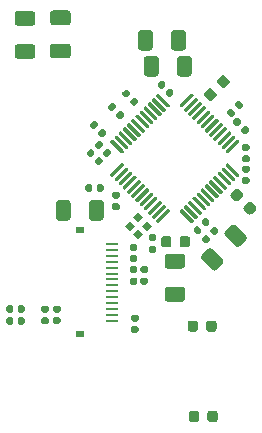
<source format=gbr>
%TF.GenerationSoftware,KiCad,Pcbnew,5.1.9-73d0e3b20d~88~ubuntu18.04.1*%
%TF.CreationDate,2020-12-31T14:05:02+01:00*%
%TF.ProjectId,ss_frontpanel_outer_plate,73735f66-726f-46e7-9470-616e656c5f6f,rev?*%
%TF.SameCoordinates,Original*%
%TF.FileFunction,Paste,Bot*%
%TF.FilePolarity,Positive*%
%FSLAX46Y46*%
G04 Gerber Fmt 4.6, Leading zero omitted, Abs format (unit mm)*
G04 Created by KiCad (PCBNEW 5.1.9-73d0e3b20d~88~ubuntu18.04.1) date 2020-12-31 14:05:02*
%MOMM*%
%LPD*%
G01*
G04 APERTURE LIST*
%ADD10C,0.100000*%
%ADD11R,1.120000X0.210000*%
%ADD12R,0.720000X0.480000*%
G04 APERTURE END LIST*
%TO.C,R21*%
G36*
G01*
X210690000Y-77922500D02*
X210690000Y-77577500D01*
G75*
G02*
X210837500Y-77430000I147500J0D01*
G01*
X211132500Y-77430000D01*
G75*
G02*
X211280000Y-77577500I0J-147500D01*
G01*
X211280000Y-77922500D01*
G75*
G02*
X211132500Y-78070000I-147500J0D01*
G01*
X210837500Y-78070000D01*
G75*
G02*
X210690000Y-77922500I0J147500D01*
G01*
G37*
G36*
G01*
X209720000Y-77922500D02*
X209720000Y-77577500D01*
G75*
G02*
X209867500Y-77430000I147500J0D01*
G01*
X210162500Y-77430000D01*
G75*
G02*
X210310000Y-77577500I0J-147500D01*
G01*
X210310000Y-77922500D01*
G75*
G02*
X210162500Y-78070000I-147500J0D01*
G01*
X209867500Y-78070000D01*
G75*
G02*
X209720000Y-77922500I0J147500D01*
G01*
G37*
%TD*%
%TO.C,R16*%
G36*
G01*
X213172500Y-78060000D02*
X212827500Y-78060000D01*
G75*
G02*
X212680000Y-77912500I0J147500D01*
G01*
X212680000Y-77617500D01*
G75*
G02*
X212827500Y-77470000I147500J0D01*
G01*
X213172500Y-77470000D01*
G75*
G02*
X213320000Y-77617500I0J-147500D01*
G01*
X213320000Y-77912500D01*
G75*
G02*
X213172500Y-78060000I-147500J0D01*
G01*
G37*
G36*
G01*
X213172500Y-79030000D02*
X212827500Y-79030000D01*
G75*
G02*
X212680000Y-78882500I0J147500D01*
G01*
X212680000Y-78587500D01*
G75*
G02*
X212827500Y-78440000I147500J0D01*
G01*
X213172500Y-78440000D01*
G75*
G02*
X213320000Y-78587500I0J-147500D01*
G01*
X213320000Y-78882500D01*
G75*
G02*
X213172500Y-79030000I-147500J0D01*
G01*
G37*
%TD*%
%TO.C,R15*%
G36*
G01*
X210690000Y-78922500D02*
X210690000Y-78577500D01*
G75*
G02*
X210837500Y-78430000I147500J0D01*
G01*
X211132500Y-78430000D01*
G75*
G02*
X211280000Y-78577500I0J-147500D01*
G01*
X211280000Y-78922500D01*
G75*
G02*
X211132500Y-79070000I-147500J0D01*
G01*
X210837500Y-79070000D01*
G75*
G02*
X210690000Y-78922500I0J147500D01*
G01*
G37*
G36*
G01*
X209720000Y-78922500D02*
X209720000Y-78577500D01*
G75*
G02*
X209867500Y-78430000I147500J0D01*
G01*
X210162500Y-78430000D01*
G75*
G02*
X210310000Y-78577500I0J-147500D01*
G01*
X210310000Y-78922500D01*
G75*
G02*
X210162500Y-79070000I-147500J0D01*
G01*
X209867500Y-79070000D01*
G75*
G02*
X209720000Y-78922500I0J147500D01*
G01*
G37*
%TD*%
D10*
%TO.C,D1*%
G36*
X220475736Y-71407107D02*
G01*
X220900000Y-70982843D01*
X221324264Y-71407107D01*
X220900000Y-71831371D01*
X220475736Y-71407107D01*
G37*
G36*
X221182843Y-70700000D02*
G01*
X221607107Y-70275736D01*
X222031371Y-70700000D01*
X221607107Y-71124264D01*
X221182843Y-70700000D01*
G37*
G36*
X220475736Y-69992893D02*
G01*
X220900000Y-69568629D01*
X221324264Y-69992893D01*
X220900000Y-70417157D01*
X220475736Y-69992893D01*
G37*
G36*
X219768629Y-70700000D02*
G01*
X220192893Y-70275736D01*
X220617157Y-70700000D01*
X220192893Y-71124264D01*
X219768629Y-70700000D01*
G37*
%TD*%
%TO.C,R14*%
G36*
G01*
X224400000Y-72306250D02*
X224400000Y-71793750D01*
G75*
G02*
X224618750Y-71575000I218750J0D01*
G01*
X225056250Y-71575000D01*
G75*
G02*
X225275000Y-71793750I0J-218750D01*
G01*
X225275000Y-72306250D01*
G75*
G02*
X225056250Y-72525000I-218750J0D01*
G01*
X224618750Y-72525000D01*
G75*
G02*
X224400000Y-72306250I0J218750D01*
G01*
G37*
G36*
G01*
X222825000Y-72306250D02*
X222825000Y-71793750D01*
G75*
G02*
X223043750Y-71575000I218750J0D01*
G01*
X223481250Y-71575000D01*
G75*
G02*
X223700000Y-71793750I0J-218750D01*
G01*
X223700000Y-72306250D01*
G75*
G02*
X223481250Y-72525000I-218750J0D01*
G01*
X223043750Y-72525000D01*
G75*
G02*
X222825000Y-72306250I0J218750D01*
G01*
G37*
%TD*%
%TO.C,R20*%
G36*
G01*
X221927500Y-72390000D02*
X222272500Y-72390000D01*
G75*
G02*
X222420000Y-72537500I0J-147500D01*
G01*
X222420000Y-72832500D01*
G75*
G02*
X222272500Y-72980000I-147500J0D01*
G01*
X221927500Y-72980000D01*
G75*
G02*
X221780000Y-72832500I0J147500D01*
G01*
X221780000Y-72537500D01*
G75*
G02*
X221927500Y-72390000I147500J0D01*
G01*
G37*
G36*
G01*
X221927500Y-71420000D02*
X222272500Y-71420000D01*
G75*
G02*
X222420000Y-71567500I0J-147500D01*
G01*
X222420000Y-71862500D01*
G75*
G02*
X222272500Y-72010000I-147500J0D01*
G01*
X221927500Y-72010000D01*
G75*
G02*
X221780000Y-71862500I0J147500D01*
G01*
X221780000Y-71567500D01*
G75*
G02*
X221927500Y-71420000I147500J0D01*
G01*
G37*
%TD*%
%TO.C,R10*%
G36*
G01*
X229587625Y-61993673D02*
X229343673Y-62237625D01*
G75*
G02*
X229135077Y-62237625I-104298J104298D01*
G01*
X228926481Y-62029029D01*
G75*
G02*
X228926481Y-61820433I104298J104298D01*
G01*
X229170433Y-61576481D01*
G75*
G02*
X229379029Y-61576481I104298J-104298D01*
G01*
X229587625Y-61785077D01*
G75*
G02*
X229587625Y-61993673I-104298J-104298D01*
G01*
G37*
G36*
G01*
X230273519Y-62679567D02*
X230029567Y-62923519D01*
G75*
G02*
X229820971Y-62923519I-104298J104298D01*
G01*
X229612375Y-62714923D01*
G75*
G02*
X229612375Y-62506327I104298J104298D01*
G01*
X229856327Y-62262375D01*
G75*
G02*
X230064923Y-62262375I104298J-104298D01*
G01*
X230273519Y-62470971D01*
G75*
G02*
X230273519Y-62679567I-104298J-104298D01*
G01*
G37*
%TD*%
%TO.C,R8*%
G36*
G01*
X229733709Y-68221316D02*
X229371316Y-68583709D01*
G75*
G02*
X229061956Y-68583709I-154680J154680D01*
G01*
X228752597Y-68274350D01*
G75*
G02*
X228752597Y-67964990I154680J154680D01*
G01*
X229114990Y-67602597D01*
G75*
G02*
X229424350Y-67602597I154680J-154680D01*
G01*
X229733709Y-67911956D01*
G75*
G02*
X229733709Y-68221316I-154680J-154680D01*
G01*
G37*
G36*
G01*
X230847403Y-69335010D02*
X230485010Y-69697403D01*
G75*
G02*
X230175650Y-69697403I-154680J154680D01*
G01*
X229866291Y-69388044D01*
G75*
G02*
X229866291Y-69078684I154680J154680D01*
G01*
X230228684Y-68716291D01*
G75*
G02*
X230538044Y-68716291I154680J-154680D01*
G01*
X230847403Y-69025650D01*
G75*
G02*
X230847403Y-69335010I-154680J-154680D01*
G01*
G37*
%TD*%
%TO.C,R19*%
G36*
G01*
X226650000Y-79456250D02*
X226650000Y-78943750D01*
G75*
G02*
X226868750Y-78725000I218750J0D01*
G01*
X227306250Y-78725000D01*
G75*
G02*
X227525000Y-78943750I0J-218750D01*
G01*
X227525000Y-79456250D01*
G75*
G02*
X227306250Y-79675000I-218750J0D01*
G01*
X226868750Y-79675000D01*
G75*
G02*
X226650000Y-79456250I0J218750D01*
G01*
G37*
G36*
G01*
X225075000Y-79456250D02*
X225075000Y-78943750D01*
G75*
G02*
X225293750Y-78725000I218750J0D01*
G01*
X225731250Y-78725000D01*
G75*
G02*
X225950000Y-78943750I0J-218750D01*
G01*
X225950000Y-79456250D01*
G75*
G02*
X225731250Y-79675000I-218750J0D01*
G01*
X225293750Y-79675000D01*
G75*
G02*
X225075000Y-79456250I0J218750D01*
G01*
G37*
%TD*%
%TO.C,R18*%
G36*
G01*
X226750000Y-87106250D02*
X226750000Y-86593750D01*
G75*
G02*
X226968750Y-86375000I218750J0D01*
G01*
X227406250Y-86375000D01*
G75*
G02*
X227625000Y-86593750I0J-218750D01*
G01*
X227625000Y-87106250D01*
G75*
G02*
X227406250Y-87325000I-218750J0D01*
G01*
X226968750Y-87325000D01*
G75*
G02*
X226750000Y-87106250I0J218750D01*
G01*
G37*
G36*
G01*
X225175000Y-87106250D02*
X225175000Y-86593750D01*
G75*
G02*
X225393750Y-86375000I218750J0D01*
G01*
X225831250Y-86375000D01*
G75*
G02*
X226050000Y-86593750I0J-218750D01*
G01*
X226050000Y-87106250D01*
G75*
G02*
X225831250Y-87325000I-218750J0D01*
G01*
X225393750Y-87325000D01*
G75*
G02*
X225175000Y-87106250I0J218750D01*
G01*
G37*
%TD*%
%TO.C,R12*%
G36*
G01*
X224625000Y-74325000D02*
X223375000Y-74325000D01*
G75*
G02*
X223125000Y-74075000I0J250000D01*
G01*
X223125000Y-73325000D01*
G75*
G02*
X223375000Y-73075000I250000J0D01*
G01*
X224625000Y-73075000D01*
G75*
G02*
X224875000Y-73325000I0J-250000D01*
G01*
X224875000Y-74075000D01*
G75*
G02*
X224625000Y-74325000I-250000J0D01*
G01*
G37*
G36*
G01*
X224625000Y-77125000D02*
X223375000Y-77125000D01*
G75*
G02*
X223125000Y-76875000I0J250000D01*
G01*
X223125000Y-76125000D01*
G75*
G02*
X223375000Y-75875000I250000J0D01*
G01*
X224625000Y-75875000D01*
G75*
G02*
X224875000Y-76125000I0J-250000D01*
G01*
X224875000Y-76875000D01*
G75*
G02*
X224625000Y-77125000I-250000J0D01*
G01*
G37*
%TD*%
%TO.C,R11*%
G36*
G01*
X227121316Y-59116291D02*
X227483709Y-59478684D01*
G75*
G02*
X227483709Y-59788044I-154680J-154680D01*
G01*
X227174350Y-60097403D01*
G75*
G02*
X226864990Y-60097403I-154680J154680D01*
G01*
X226502597Y-59735010D01*
G75*
G02*
X226502597Y-59425650I154680J154680D01*
G01*
X226811956Y-59116291D01*
G75*
G02*
X227121316Y-59116291I154680J-154680D01*
G01*
G37*
G36*
G01*
X228235010Y-58002597D02*
X228597403Y-58364990D01*
G75*
G02*
X228597403Y-58674350I-154680J-154680D01*
G01*
X228288044Y-58983709D01*
G75*
G02*
X227978684Y-58983709I-154680J154680D01*
G01*
X227616291Y-58621316D01*
G75*
G02*
X227616291Y-58311956I154680J154680D01*
G01*
X227925650Y-58002597D01*
G75*
G02*
X228235010Y-58002597I154680J-154680D01*
G01*
G37*
%TD*%
%TO.C,R13*%
G36*
G01*
X230172500Y-66210000D02*
X229827500Y-66210000D01*
G75*
G02*
X229680000Y-66062500I0J147500D01*
G01*
X229680000Y-65767500D01*
G75*
G02*
X229827500Y-65620000I147500J0D01*
G01*
X230172500Y-65620000D01*
G75*
G02*
X230320000Y-65767500I0J-147500D01*
G01*
X230320000Y-66062500D01*
G75*
G02*
X230172500Y-66210000I-147500J0D01*
G01*
G37*
G36*
G01*
X230172500Y-67180000D02*
X229827500Y-67180000D01*
G75*
G02*
X229680000Y-67032500I0J147500D01*
G01*
X229680000Y-66737500D01*
G75*
G02*
X229827500Y-66590000I147500J0D01*
G01*
X230172500Y-66590000D01*
G75*
G02*
X230320000Y-66737500I0J-147500D01*
G01*
X230320000Y-67032500D01*
G75*
G02*
X230172500Y-67180000I-147500J0D01*
G01*
G37*
%TD*%
%TO.C,C15*%
G36*
G01*
X223187625Y-58843673D02*
X222943673Y-59087625D01*
G75*
G02*
X222735077Y-59087625I-104298J104298D01*
G01*
X222526481Y-58879029D01*
G75*
G02*
X222526481Y-58670433I104298J104298D01*
G01*
X222770433Y-58426481D01*
G75*
G02*
X222979029Y-58426481I104298J-104298D01*
G01*
X223187625Y-58635077D01*
G75*
G02*
X223187625Y-58843673I-104298J-104298D01*
G01*
G37*
G36*
G01*
X223873519Y-59529567D02*
X223629567Y-59773519D01*
G75*
G02*
X223420971Y-59773519I-104298J104298D01*
G01*
X223212375Y-59564923D01*
G75*
G02*
X223212375Y-59356327I104298J104298D01*
G01*
X223456327Y-59112375D01*
G75*
G02*
X223664923Y-59112375I104298J-104298D01*
G01*
X223873519Y-59320971D01*
G75*
G02*
X223873519Y-59529567I-104298J-104298D01*
G01*
G37*
%TD*%
%TO.C,C14*%
G36*
G01*
X229827500Y-64740000D02*
X230172500Y-64740000D01*
G75*
G02*
X230320000Y-64887500I0J-147500D01*
G01*
X230320000Y-65182500D01*
G75*
G02*
X230172500Y-65330000I-147500J0D01*
G01*
X229827500Y-65330000D01*
G75*
G02*
X229680000Y-65182500I0J147500D01*
G01*
X229680000Y-64887500D01*
G75*
G02*
X229827500Y-64740000I147500J0D01*
G01*
G37*
G36*
G01*
X229827500Y-63770000D02*
X230172500Y-63770000D01*
G75*
G02*
X230320000Y-63917500I0J-147500D01*
G01*
X230320000Y-64212500D01*
G75*
G02*
X230172500Y-64360000I-147500J0D01*
G01*
X229827500Y-64360000D01*
G75*
G02*
X229680000Y-64212500I0J147500D01*
G01*
X229680000Y-63917500D01*
G75*
G02*
X229827500Y-63770000I147500J0D01*
G01*
G37*
%TD*%
%TO.C,C13*%
G36*
G01*
X226506327Y-70737625D02*
X226262375Y-70493673D01*
G75*
G02*
X226262375Y-70285077I104298J104298D01*
G01*
X226470971Y-70076481D01*
G75*
G02*
X226679567Y-70076481I104298J-104298D01*
G01*
X226923519Y-70320433D01*
G75*
G02*
X226923519Y-70529029I-104298J-104298D01*
G01*
X226714923Y-70737625D01*
G75*
G02*
X226506327Y-70737625I-104298J104298D01*
G01*
G37*
G36*
G01*
X225820433Y-71423519D02*
X225576481Y-71179567D01*
G75*
G02*
X225576481Y-70970971I104298J104298D01*
G01*
X225785077Y-70762375D01*
G75*
G02*
X225993673Y-70762375I104298J-104298D01*
G01*
X226237625Y-71006327D01*
G75*
G02*
X226237625Y-71214923I-104298J-104298D01*
G01*
X226029029Y-71423519D01*
G75*
G02*
X225820433Y-71423519I-104298J104298D01*
G01*
G37*
%TD*%
%TO.C,C12*%
G36*
G01*
X218827500Y-68790000D02*
X219172500Y-68790000D01*
G75*
G02*
X219320000Y-68937500I0J-147500D01*
G01*
X219320000Y-69232500D01*
G75*
G02*
X219172500Y-69380000I-147500J0D01*
G01*
X218827500Y-69380000D01*
G75*
G02*
X218680000Y-69232500I0J147500D01*
G01*
X218680000Y-68937500D01*
G75*
G02*
X218827500Y-68790000I147500J0D01*
G01*
G37*
G36*
G01*
X218827500Y-67820000D02*
X219172500Y-67820000D01*
G75*
G02*
X219320000Y-67967500I0J-147500D01*
G01*
X219320000Y-68262500D01*
G75*
G02*
X219172500Y-68410000I-147500J0D01*
G01*
X218827500Y-68410000D01*
G75*
G02*
X218680000Y-68262500I0J147500D01*
G01*
X218680000Y-67967500D01*
G75*
G02*
X218827500Y-67820000I147500J0D01*
G01*
G37*
%TD*%
%TO.C,C3*%
G36*
G01*
X220772500Y-78810000D02*
X220427500Y-78810000D01*
G75*
G02*
X220280000Y-78662500I0J147500D01*
G01*
X220280000Y-78367500D01*
G75*
G02*
X220427500Y-78220000I147500J0D01*
G01*
X220772500Y-78220000D01*
G75*
G02*
X220920000Y-78367500I0J-147500D01*
G01*
X220920000Y-78662500D01*
G75*
G02*
X220772500Y-78810000I-147500J0D01*
G01*
G37*
G36*
G01*
X220772500Y-79780000D02*
X220427500Y-79780000D01*
G75*
G02*
X220280000Y-79632500I0J147500D01*
G01*
X220280000Y-79337500D01*
G75*
G02*
X220427500Y-79190000I147500J0D01*
G01*
X220772500Y-79190000D01*
G75*
G02*
X220920000Y-79337500I0J-147500D01*
G01*
X220920000Y-79632500D01*
G75*
G02*
X220772500Y-79780000I-147500J0D01*
G01*
G37*
%TD*%
%TO.C,C1*%
G36*
G01*
X220327500Y-75090000D02*
X220672500Y-75090000D01*
G75*
G02*
X220820000Y-75237500I0J-147500D01*
G01*
X220820000Y-75532500D01*
G75*
G02*
X220672500Y-75680000I-147500J0D01*
G01*
X220327500Y-75680000D01*
G75*
G02*
X220180000Y-75532500I0J147500D01*
G01*
X220180000Y-75237500D01*
G75*
G02*
X220327500Y-75090000I147500J0D01*
G01*
G37*
G36*
G01*
X220327500Y-74120000D02*
X220672500Y-74120000D01*
G75*
G02*
X220820000Y-74267500I0J-147500D01*
G01*
X220820000Y-74562500D01*
G75*
G02*
X220672500Y-74710000I-147500J0D01*
G01*
X220327500Y-74710000D01*
G75*
G02*
X220180000Y-74562500I0J147500D01*
G01*
X220180000Y-74267500D01*
G75*
G02*
X220327500Y-74120000I147500J0D01*
G01*
G37*
%TD*%
%TO.C,C2*%
G36*
G01*
X220327500Y-73190000D02*
X220672500Y-73190000D01*
G75*
G02*
X220820000Y-73337500I0J-147500D01*
G01*
X220820000Y-73632500D01*
G75*
G02*
X220672500Y-73780000I-147500J0D01*
G01*
X220327500Y-73780000D01*
G75*
G02*
X220180000Y-73632500I0J147500D01*
G01*
X220180000Y-73337500D01*
G75*
G02*
X220327500Y-73190000I147500J0D01*
G01*
G37*
G36*
G01*
X220327500Y-72220000D02*
X220672500Y-72220000D01*
G75*
G02*
X220820000Y-72367500I0J-147500D01*
G01*
X220820000Y-72662500D01*
G75*
G02*
X220672500Y-72810000I-147500J0D01*
G01*
X220327500Y-72810000D01*
G75*
G02*
X220180000Y-72662500I0J147500D01*
G01*
X220180000Y-72367500D01*
G75*
G02*
X220327500Y-72220000I147500J0D01*
G01*
G37*
%TD*%
%TO.C,C17*%
G36*
G01*
X227256327Y-71487625D02*
X227012375Y-71243673D01*
G75*
G02*
X227012375Y-71035077I104298J104298D01*
G01*
X227220971Y-70826481D01*
G75*
G02*
X227429567Y-70826481I104298J-104298D01*
G01*
X227673519Y-71070433D01*
G75*
G02*
X227673519Y-71279029I-104298J-104298D01*
G01*
X227464923Y-71487625D01*
G75*
G02*
X227256327Y-71487625I-104298J104298D01*
G01*
G37*
G36*
G01*
X226570433Y-72173519D02*
X226326481Y-71929567D01*
G75*
G02*
X226326481Y-71720971I104298J104298D01*
G01*
X226535077Y-71512375D01*
G75*
G02*
X226743673Y-71512375I104298J-104298D01*
G01*
X226987625Y-71756327D01*
G75*
G02*
X226987625Y-71964923I-104298J-104298D01*
G01*
X226779029Y-72173519D01*
G75*
G02*
X226570433Y-72173519I-104298J104298D01*
G01*
G37*
%TD*%
%TO.C,C4*%
G36*
G01*
X222625000Y-56575000D02*
X222625000Y-57825000D01*
G75*
G02*
X222375000Y-58075000I-250000J0D01*
G01*
X221625000Y-58075000D01*
G75*
G02*
X221375000Y-57825000I0J250000D01*
G01*
X221375000Y-56575000D01*
G75*
G02*
X221625000Y-56325000I250000J0D01*
G01*
X222375000Y-56325000D01*
G75*
G02*
X222625000Y-56575000I0J-250000D01*
G01*
G37*
G36*
G01*
X225425000Y-56575000D02*
X225425000Y-57825000D01*
G75*
G02*
X225175000Y-58075000I-250000J0D01*
G01*
X224425000Y-58075000D01*
G75*
G02*
X224175000Y-57825000I0J250000D01*
G01*
X224175000Y-56575000D01*
G75*
G02*
X224425000Y-56325000I250000J0D01*
G01*
X225175000Y-56325000D01*
G75*
G02*
X225425000Y-56575000I0J-250000D01*
G01*
G37*
%TD*%
%TO.C,R17*%
G36*
G01*
X213827500Y-78440000D02*
X214172500Y-78440000D01*
G75*
G02*
X214320000Y-78587500I0J-147500D01*
G01*
X214320000Y-78882500D01*
G75*
G02*
X214172500Y-79030000I-147500J0D01*
G01*
X213827500Y-79030000D01*
G75*
G02*
X213680000Y-78882500I0J147500D01*
G01*
X213680000Y-78587500D01*
G75*
G02*
X213827500Y-78440000I147500J0D01*
G01*
G37*
G36*
G01*
X213827500Y-77470000D02*
X214172500Y-77470000D01*
G75*
G02*
X214320000Y-77617500I0J-147500D01*
G01*
X214320000Y-77912500D01*
G75*
G02*
X214172500Y-78060000I-147500J0D01*
G01*
X213827500Y-78060000D01*
G75*
G02*
X213680000Y-77912500I0J147500D01*
G01*
X213680000Y-77617500D01*
G75*
G02*
X213827500Y-77470000I147500J0D01*
G01*
G37*
%TD*%
%TO.C,R9*%
G36*
G01*
X219012375Y-61256327D02*
X219256327Y-61012375D01*
G75*
G02*
X219464923Y-61012375I104298J-104298D01*
G01*
X219673519Y-61220971D01*
G75*
G02*
X219673519Y-61429567I-104298J-104298D01*
G01*
X219429567Y-61673519D01*
G75*
G02*
X219220971Y-61673519I-104298J104298D01*
G01*
X219012375Y-61464923D01*
G75*
G02*
X219012375Y-61256327I104298J104298D01*
G01*
G37*
G36*
G01*
X218326481Y-60570433D02*
X218570433Y-60326481D01*
G75*
G02*
X218779029Y-60326481I104298J-104298D01*
G01*
X218987625Y-60535077D01*
G75*
G02*
X218987625Y-60743673I-104298J-104298D01*
G01*
X218743673Y-60987625D01*
G75*
G02*
X218535077Y-60987625I-104298J104298D01*
G01*
X218326481Y-60779029D01*
G75*
G02*
X218326481Y-60570433I104298J104298D01*
G01*
G37*
%TD*%
%TO.C,R7*%
G36*
G01*
X217912375Y-64456327D02*
X218156327Y-64212375D01*
G75*
G02*
X218364923Y-64212375I104298J-104298D01*
G01*
X218573519Y-64420971D01*
G75*
G02*
X218573519Y-64629567I-104298J-104298D01*
G01*
X218329567Y-64873519D01*
G75*
G02*
X218120971Y-64873519I-104298J104298D01*
G01*
X217912375Y-64664923D01*
G75*
G02*
X217912375Y-64456327I104298J104298D01*
G01*
G37*
G36*
G01*
X217226481Y-63770433D02*
X217470433Y-63526481D01*
G75*
G02*
X217679029Y-63526481I104298J-104298D01*
G01*
X217887625Y-63735077D01*
G75*
G02*
X217887625Y-63943673I-104298J-104298D01*
G01*
X217643673Y-64187625D01*
G75*
G02*
X217435077Y-64187625I-104298J104298D01*
G01*
X217226481Y-63979029D01*
G75*
G02*
X217226481Y-63770433I104298J104298D01*
G01*
G37*
%TD*%
%TO.C,R6*%
G36*
G01*
X228843673Y-60812375D02*
X229087625Y-61056327D01*
G75*
G02*
X229087625Y-61264923I-104298J-104298D01*
G01*
X228879029Y-61473519D01*
G75*
G02*
X228670433Y-61473519I-104298J104298D01*
G01*
X228426481Y-61229567D01*
G75*
G02*
X228426481Y-61020971I104298J104298D01*
G01*
X228635077Y-60812375D01*
G75*
G02*
X228843673Y-60812375I104298J-104298D01*
G01*
G37*
G36*
G01*
X229529567Y-60126481D02*
X229773519Y-60370433D01*
G75*
G02*
X229773519Y-60579029I-104298J-104298D01*
G01*
X229564923Y-60787625D01*
G75*
G02*
X229356327Y-60787625I-104298J104298D01*
G01*
X229112375Y-60543673D01*
G75*
G02*
X229112375Y-60335077I104298J104298D01*
G01*
X229320971Y-60126481D01*
G75*
G02*
X229529567Y-60126481I104298J-104298D01*
G01*
G37*
%TD*%
%TO.C,R5*%
G36*
G01*
X217512375Y-62756327D02*
X217756327Y-62512375D01*
G75*
G02*
X217964923Y-62512375I104298J-104298D01*
G01*
X218173519Y-62720971D01*
G75*
G02*
X218173519Y-62929567I-104298J-104298D01*
G01*
X217929567Y-63173519D01*
G75*
G02*
X217720971Y-63173519I-104298J104298D01*
G01*
X217512375Y-62964923D01*
G75*
G02*
X217512375Y-62756327I104298J104298D01*
G01*
G37*
G36*
G01*
X216826481Y-62070433D02*
X217070433Y-61826481D01*
G75*
G02*
X217279029Y-61826481I104298J-104298D01*
G01*
X217487625Y-62035077D01*
G75*
G02*
X217487625Y-62243673I-104298J-104298D01*
G01*
X217243673Y-62487625D01*
G75*
G02*
X217035077Y-62487625I-104298J104298D01*
G01*
X216826481Y-62279029D01*
G75*
G02*
X216826481Y-62070433I104298J104298D01*
G01*
G37*
%TD*%
%TO.C,R4*%
G36*
G01*
X217390000Y-67672500D02*
X217390000Y-67327500D01*
G75*
G02*
X217537500Y-67180000I147500J0D01*
G01*
X217832500Y-67180000D01*
G75*
G02*
X217980000Y-67327500I0J-147500D01*
G01*
X217980000Y-67672500D01*
G75*
G02*
X217832500Y-67820000I-147500J0D01*
G01*
X217537500Y-67820000D01*
G75*
G02*
X217390000Y-67672500I0J147500D01*
G01*
G37*
G36*
G01*
X216420000Y-67672500D02*
X216420000Y-67327500D01*
G75*
G02*
X216567500Y-67180000I147500J0D01*
G01*
X216862500Y-67180000D01*
G75*
G02*
X217010000Y-67327500I0J-147500D01*
G01*
X217010000Y-67672500D01*
G75*
G02*
X216862500Y-67820000I-147500J0D01*
G01*
X216567500Y-67820000D01*
G75*
G02*
X216420000Y-67672500I0J147500D01*
G01*
G37*
%TD*%
%TO.C,R3*%
G36*
G01*
X217212375Y-65156327D02*
X217456327Y-64912375D01*
G75*
G02*
X217664923Y-64912375I104298J-104298D01*
G01*
X217873519Y-65120971D01*
G75*
G02*
X217873519Y-65329567I-104298J-104298D01*
G01*
X217629567Y-65573519D01*
G75*
G02*
X217420971Y-65573519I-104298J104298D01*
G01*
X217212375Y-65364923D01*
G75*
G02*
X217212375Y-65156327I104298J104298D01*
G01*
G37*
G36*
G01*
X216526481Y-64470433D02*
X216770433Y-64226481D01*
G75*
G02*
X216979029Y-64226481I104298J-104298D01*
G01*
X217187625Y-64435077D01*
G75*
G02*
X217187625Y-64643673I-104298J-104298D01*
G01*
X216943673Y-64887625D01*
G75*
G02*
X216735077Y-64887625I-104298J104298D01*
G01*
X216526481Y-64679029D01*
G75*
G02*
X216526481Y-64470433I104298J104298D01*
G01*
G37*
%TD*%
%TO.C,R2*%
G36*
G01*
X220212375Y-60106327D02*
X220456327Y-59862375D01*
G75*
G02*
X220664923Y-59862375I104298J-104298D01*
G01*
X220873519Y-60070971D01*
G75*
G02*
X220873519Y-60279567I-104298J-104298D01*
G01*
X220629567Y-60523519D01*
G75*
G02*
X220420971Y-60523519I-104298J104298D01*
G01*
X220212375Y-60314923D01*
G75*
G02*
X220212375Y-60106327I104298J104298D01*
G01*
G37*
G36*
G01*
X219526481Y-59420433D02*
X219770433Y-59176481D01*
G75*
G02*
X219979029Y-59176481I104298J-104298D01*
G01*
X220187625Y-59385077D01*
G75*
G02*
X220187625Y-59593673I-104298J-104298D01*
G01*
X219943673Y-59837625D01*
G75*
G02*
X219735077Y-59837625I-104298J104298D01*
G01*
X219526481Y-59629029D01*
G75*
G02*
X219526481Y-59420433I104298J104298D01*
G01*
G37*
%TD*%
%TO.C,R1*%
G36*
G01*
X221572500Y-74710000D02*
X221227500Y-74710000D01*
G75*
G02*
X221080000Y-74562500I0J147500D01*
G01*
X221080000Y-74267500D01*
G75*
G02*
X221227500Y-74120000I147500J0D01*
G01*
X221572500Y-74120000D01*
G75*
G02*
X221720000Y-74267500I0J-147500D01*
G01*
X221720000Y-74562500D01*
G75*
G02*
X221572500Y-74710000I-147500J0D01*
G01*
G37*
G36*
G01*
X221572500Y-75680000D02*
X221227500Y-75680000D01*
G75*
G02*
X221080000Y-75532500I0J147500D01*
G01*
X221080000Y-75237500D01*
G75*
G02*
X221227500Y-75090000I147500J0D01*
G01*
X221572500Y-75090000D01*
G75*
G02*
X221720000Y-75237500I0J-147500D01*
G01*
X221720000Y-75532500D01*
G75*
G02*
X221572500Y-75680000I-147500J0D01*
G01*
G37*
%TD*%
%TO.C,C10*%
G36*
G01*
X227160051Y-72656065D02*
X228043935Y-73539949D01*
G75*
G02*
X228043935Y-73893503I-176777J-176777D01*
G01*
X227513605Y-74423833D01*
G75*
G02*
X227160051Y-74423833I-176777J176777D01*
G01*
X226276167Y-73539949D01*
G75*
G02*
X226276167Y-73186395I176777J176777D01*
G01*
X226806497Y-72656065D01*
G75*
G02*
X227160051Y-72656065I176777J-176777D01*
G01*
G37*
G36*
G01*
X229139949Y-70676167D02*
X230023833Y-71560051D01*
G75*
G02*
X230023833Y-71913605I-176777J-176777D01*
G01*
X229493503Y-72443935D01*
G75*
G02*
X229139949Y-72443935I-176777J176777D01*
G01*
X228256065Y-71560051D01*
G75*
G02*
X228256065Y-71206497I176777J176777D01*
G01*
X228786395Y-70676167D01*
G75*
G02*
X229139949Y-70676167I176777J-176777D01*
G01*
G37*
%TD*%
%TO.C,C9*%
G36*
G01*
X222125000Y-54375000D02*
X222125000Y-55625000D01*
G75*
G02*
X221875000Y-55875000I-250000J0D01*
G01*
X221125000Y-55875000D01*
G75*
G02*
X220875000Y-55625000I0J250000D01*
G01*
X220875000Y-54375000D01*
G75*
G02*
X221125000Y-54125000I250000J0D01*
G01*
X221875000Y-54125000D01*
G75*
G02*
X222125000Y-54375000I0J-250000D01*
G01*
G37*
G36*
G01*
X224925000Y-54375000D02*
X224925000Y-55625000D01*
G75*
G02*
X224675000Y-55875000I-250000J0D01*
G01*
X223925000Y-55875000D01*
G75*
G02*
X223675000Y-55625000I0J250000D01*
G01*
X223675000Y-54375000D01*
G75*
G02*
X223925000Y-54125000I250000J0D01*
G01*
X224675000Y-54125000D01*
G75*
G02*
X224925000Y-54375000I0J-250000D01*
G01*
G37*
%TD*%
%TO.C,C8*%
G36*
G01*
X214925000Y-53725000D02*
X213675000Y-53725000D01*
G75*
G02*
X213425000Y-53475000I0J250000D01*
G01*
X213425000Y-52725000D01*
G75*
G02*
X213675000Y-52475000I250000J0D01*
G01*
X214925000Y-52475000D01*
G75*
G02*
X215175000Y-52725000I0J-250000D01*
G01*
X215175000Y-53475000D01*
G75*
G02*
X214925000Y-53725000I-250000J0D01*
G01*
G37*
G36*
G01*
X214925000Y-56525000D02*
X213675000Y-56525000D01*
G75*
G02*
X213425000Y-56275000I0J250000D01*
G01*
X213425000Y-55525000D01*
G75*
G02*
X213675000Y-55275000I250000J0D01*
G01*
X214925000Y-55275000D01*
G75*
G02*
X215175000Y-55525000I0J-250000D01*
G01*
X215175000Y-56275000D01*
G75*
G02*
X214925000Y-56525000I-250000J0D01*
G01*
G37*
%TD*%
%TO.C,C7*%
G36*
G01*
X211925000Y-53775000D02*
X210675000Y-53775000D01*
G75*
G02*
X210425000Y-53525000I0J250000D01*
G01*
X210425000Y-52775000D01*
G75*
G02*
X210675000Y-52525000I250000J0D01*
G01*
X211925000Y-52525000D01*
G75*
G02*
X212175000Y-52775000I0J-250000D01*
G01*
X212175000Y-53525000D01*
G75*
G02*
X211925000Y-53775000I-250000J0D01*
G01*
G37*
G36*
G01*
X211925000Y-56575000D02*
X210675000Y-56575000D01*
G75*
G02*
X210425000Y-56325000I0J250000D01*
G01*
X210425000Y-55575000D01*
G75*
G02*
X210675000Y-55325000I250000J0D01*
G01*
X211925000Y-55325000D01*
G75*
G02*
X212175000Y-55575000I0J-250000D01*
G01*
X212175000Y-56325000D01*
G75*
G02*
X211925000Y-56575000I-250000J0D01*
G01*
G37*
%TD*%
%TO.C,C6*%
G36*
G01*
X216725000Y-70025000D02*
X216725000Y-68775000D01*
G75*
G02*
X216975000Y-68525000I250000J0D01*
G01*
X217725000Y-68525000D01*
G75*
G02*
X217975000Y-68775000I0J-250000D01*
G01*
X217975000Y-70025000D01*
G75*
G02*
X217725000Y-70275000I-250000J0D01*
G01*
X216975000Y-70275000D01*
G75*
G02*
X216725000Y-70025000I0J250000D01*
G01*
G37*
G36*
G01*
X213925000Y-70025000D02*
X213925000Y-68775000D01*
G75*
G02*
X214175000Y-68525000I250000J0D01*
G01*
X214925000Y-68525000D01*
G75*
G02*
X215175000Y-68775000I0J-250000D01*
G01*
X215175000Y-70025000D01*
G75*
G02*
X214925000Y-70275000I-250000J0D01*
G01*
X214175000Y-70275000D01*
G75*
G02*
X213925000Y-70025000I0J250000D01*
G01*
G37*
%TD*%
D11*
%TO.C,J2*%
X218700000Y-78750000D03*
X218700000Y-78250000D03*
X218700000Y-77750000D03*
X218700000Y-77250000D03*
X218700000Y-76750000D03*
X218700000Y-76250000D03*
X218700000Y-75750000D03*
X218700000Y-75250000D03*
X218700000Y-74750000D03*
X218700000Y-74250000D03*
X218700000Y-73750000D03*
X218700000Y-73250000D03*
X218700000Y-72750000D03*
X218700000Y-72250000D03*
D12*
X216000000Y-79900000D03*
X216000000Y-71100000D03*
%TD*%
%TO.C,U1*%
G36*
G01*
X225361180Y-70462400D02*
X224424264Y-69525484D01*
G75*
G02*
X224424264Y-69419418I53033J53033D01*
G01*
X224530330Y-69313352D01*
G75*
G02*
X224636396Y-69313352I53033J-53033D01*
G01*
X225573312Y-70250268D01*
G75*
G02*
X225573312Y-70356334I-53033J-53033D01*
G01*
X225467246Y-70462400D01*
G75*
G02*
X225361180Y-70462400I-53033J53033D01*
G01*
G37*
G36*
G01*
X225714734Y-70108846D02*
X224777818Y-69171930D01*
G75*
G02*
X224777818Y-69065864I53033J53033D01*
G01*
X224883884Y-68959798D01*
G75*
G02*
X224989950Y-68959798I53033J-53033D01*
G01*
X225926866Y-69896714D01*
G75*
G02*
X225926866Y-70002780I-53033J-53033D01*
G01*
X225820800Y-70108846D01*
G75*
G02*
X225714734Y-70108846I-53033J53033D01*
G01*
G37*
G36*
G01*
X226068287Y-69755293D02*
X225131371Y-68818377D01*
G75*
G02*
X225131371Y-68712311I53033J53033D01*
G01*
X225237437Y-68606245D01*
G75*
G02*
X225343503Y-68606245I53033J-53033D01*
G01*
X226280419Y-69543161D01*
G75*
G02*
X226280419Y-69649227I-53033J-53033D01*
G01*
X226174353Y-69755293D01*
G75*
G02*
X226068287Y-69755293I-53033J53033D01*
G01*
G37*
G36*
G01*
X226421841Y-69401739D02*
X225484925Y-68464823D01*
G75*
G02*
X225484925Y-68358757I53033J53033D01*
G01*
X225590991Y-68252691D01*
G75*
G02*
X225697057Y-68252691I53033J-53033D01*
G01*
X226633973Y-69189607D01*
G75*
G02*
X226633973Y-69295673I-53033J-53033D01*
G01*
X226527907Y-69401739D01*
G75*
G02*
X226421841Y-69401739I-53033J53033D01*
G01*
G37*
G36*
G01*
X226775394Y-69048186D02*
X225838478Y-68111270D01*
G75*
G02*
X225838478Y-68005204I53033J53033D01*
G01*
X225944544Y-67899138D01*
G75*
G02*
X226050610Y-67899138I53033J-53033D01*
G01*
X226987526Y-68836054D01*
G75*
G02*
X226987526Y-68942120I-53033J-53033D01*
G01*
X226881460Y-69048186D01*
G75*
G02*
X226775394Y-69048186I-53033J53033D01*
G01*
G37*
G36*
G01*
X227128947Y-68694633D02*
X226192031Y-67757717D01*
G75*
G02*
X226192031Y-67651651I53033J53033D01*
G01*
X226298097Y-67545585D01*
G75*
G02*
X226404163Y-67545585I53033J-53033D01*
G01*
X227341079Y-68482501D01*
G75*
G02*
X227341079Y-68588567I-53033J-53033D01*
G01*
X227235013Y-68694633D01*
G75*
G02*
X227128947Y-68694633I-53033J53033D01*
G01*
G37*
G36*
G01*
X227482501Y-68341079D02*
X226545585Y-67404163D01*
G75*
G02*
X226545585Y-67298097I53033J53033D01*
G01*
X226651651Y-67192031D01*
G75*
G02*
X226757717Y-67192031I53033J-53033D01*
G01*
X227694633Y-68128947D01*
G75*
G02*
X227694633Y-68235013I-53033J-53033D01*
G01*
X227588567Y-68341079D01*
G75*
G02*
X227482501Y-68341079I-53033J53033D01*
G01*
G37*
G36*
G01*
X227836054Y-67987526D02*
X226899138Y-67050610D01*
G75*
G02*
X226899138Y-66944544I53033J53033D01*
G01*
X227005204Y-66838478D01*
G75*
G02*
X227111270Y-66838478I53033J-53033D01*
G01*
X228048186Y-67775394D01*
G75*
G02*
X228048186Y-67881460I-53033J-53033D01*
G01*
X227942120Y-67987526D01*
G75*
G02*
X227836054Y-67987526I-53033J53033D01*
G01*
G37*
G36*
G01*
X228189607Y-67633973D02*
X227252691Y-66697057D01*
G75*
G02*
X227252691Y-66590991I53033J53033D01*
G01*
X227358757Y-66484925D01*
G75*
G02*
X227464823Y-66484925I53033J-53033D01*
G01*
X228401739Y-67421841D01*
G75*
G02*
X228401739Y-67527907I-53033J-53033D01*
G01*
X228295673Y-67633973D01*
G75*
G02*
X228189607Y-67633973I-53033J53033D01*
G01*
G37*
G36*
G01*
X228543161Y-67280419D02*
X227606245Y-66343503D01*
G75*
G02*
X227606245Y-66237437I53033J53033D01*
G01*
X227712311Y-66131371D01*
G75*
G02*
X227818377Y-66131371I53033J-53033D01*
G01*
X228755293Y-67068287D01*
G75*
G02*
X228755293Y-67174353I-53033J-53033D01*
G01*
X228649227Y-67280419D01*
G75*
G02*
X228543161Y-67280419I-53033J53033D01*
G01*
G37*
G36*
G01*
X228896714Y-66926866D02*
X227959798Y-65989950D01*
G75*
G02*
X227959798Y-65883884I53033J53033D01*
G01*
X228065864Y-65777818D01*
G75*
G02*
X228171930Y-65777818I53033J-53033D01*
G01*
X229108846Y-66714734D01*
G75*
G02*
X229108846Y-66820800I-53033J-53033D01*
G01*
X229002780Y-66926866D01*
G75*
G02*
X228896714Y-66926866I-53033J53033D01*
G01*
G37*
G36*
G01*
X229250268Y-66573312D02*
X228313352Y-65636396D01*
G75*
G02*
X228313352Y-65530330I53033J53033D01*
G01*
X228419418Y-65424264D01*
G75*
G02*
X228525484Y-65424264I53033J-53033D01*
G01*
X229462400Y-66361180D01*
G75*
G02*
X229462400Y-66467246I-53033J-53033D01*
G01*
X229356334Y-66573312D01*
G75*
G02*
X229250268Y-66573312I-53033J53033D01*
G01*
G37*
G36*
G01*
X228419418Y-64575736D02*
X228313352Y-64469670D01*
G75*
G02*
X228313352Y-64363604I53033J53033D01*
G01*
X229250268Y-63426688D01*
G75*
G02*
X229356334Y-63426688I53033J-53033D01*
G01*
X229462400Y-63532754D01*
G75*
G02*
X229462400Y-63638820I-53033J-53033D01*
G01*
X228525484Y-64575736D01*
G75*
G02*
X228419418Y-64575736I-53033J53033D01*
G01*
G37*
G36*
G01*
X228065864Y-64222182D02*
X227959798Y-64116116D01*
G75*
G02*
X227959798Y-64010050I53033J53033D01*
G01*
X228896714Y-63073134D01*
G75*
G02*
X229002780Y-63073134I53033J-53033D01*
G01*
X229108846Y-63179200D01*
G75*
G02*
X229108846Y-63285266I-53033J-53033D01*
G01*
X228171930Y-64222182D01*
G75*
G02*
X228065864Y-64222182I-53033J53033D01*
G01*
G37*
G36*
G01*
X227712311Y-63868629D02*
X227606245Y-63762563D01*
G75*
G02*
X227606245Y-63656497I53033J53033D01*
G01*
X228543161Y-62719581D01*
G75*
G02*
X228649227Y-62719581I53033J-53033D01*
G01*
X228755293Y-62825647D01*
G75*
G02*
X228755293Y-62931713I-53033J-53033D01*
G01*
X227818377Y-63868629D01*
G75*
G02*
X227712311Y-63868629I-53033J53033D01*
G01*
G37*
G36*
G01*
X227358757Y-63515075D02*
X227252691Y-63409009D01*
G75*
G02*
X227252691Y-63302943I53033J53033D01*
G01*
X228189607Y-62366027D01*
G75*
G02*
X228295673Y-62366027I53033J-53033D01*
G01*
X228401739Y-62472093D01*
G75*
G02*
X228401739Y-62578159I-53033J-53033D01*
G01*
X227464823Y-63515075D01*
G75*
G02*
X227358757Y-63515075I-53033J53033D01*
G01*
G37*
G36*
G01*
X227005204Y-63161522D02*
X226899138Y-63055456D01*
G75*
G02*
X226899138Y-62949390I53033J53033D01*
G01*
X227836054Y-62012474D01*
G75*
G02*
X227942120Y-62012474I53033J-53033D01*
G01*
X228048186Y-62118540D01*
G75*
G02*
X228048186Y-62224606I-53033J-53033D01*
G01*
X227111270Y-63161522D01*
G75*
G02*
X227005204Y-63161522I-53033J53033D01*
G01*
G37*
G36*
G01*
X226651651Y-62807969D02*
X226545585Y-62701903D01*
G75*
G02*
X226545585Y-62595837I53033J53033D01*
G01*
X227482501Y-61658921D01*
G75*
G02*
X227588567Y-61658921I53033J-53033D01*
G01*
X227694633Y-61764987D01*
G75*
G02*
X227694633Y-61871053I-53033J-53033D01*
G01*
X226757717Y-62807969D01*
G75*
G02*
X226651651Y-62807969I-53033J53033D01*
G01*
G37*
G36*
G01*
X226298097Y-62454415D02*
X226192031Y-62348349D01*
G75*
G02*
X226192031Y-62242283I53033J53033D01*
G01*
X227128947Y-61305367D01*
G75*
G02*
X227235013Y-61305367I53033J-53033D01*
G01*
X227341079Y-61411433D01*
G75*
G02*
X227341079Y-61517499I-53033J-53033D01*
G01*
X226404163Y-62454415D01*
G75*
G02*
X226298097Y-62454415I-53033J53033D01*
G01*
G37*
G36*
G01*
X225944544Y-62100862D02*
X225838478Y-61994796D01*
G75*
G02*
X225838478Y-61888730I53033J53033D01*
G01*
X226775394Y-60951814D01*
G75*
G02*
X226881460Y-60951814I53033J-53033D01*
G01*
X226987526Y-61057880D01*
G75*
G02*
X226987526Y-61163946I-53033J-53033D01*
G01*
X226050610Y-62100862D01*
G75*
G02*
X225944544Y-62100862I-53033J53033D01*
G01*
G37*
G36*
G01*
X225590991Y-61747309D02*
X225484925Y-61641243D01*
G75*
G02*
X225484925Y-61535177I53033J53033D01*
G01*
X226421841Y-60598261D01*
G75*
G02*
X226527907Y-60598261I53033J-53033D01*
G01*
X226633973Y-60704327D01*
G75*
G02*
X226633973Y-60810393I-53033J-53033D01*
G01*
X225697057Y-61747309D01*
G75*
G02*
X225590991Y-61747309I-53033J53033D01*
G01*
G37*
G36*
G01*
X225237437Y-61393755D02*
X225131371Y-61287689D01*
G75*
G02*
X225131371Y-61181623I53033J53033D01*
G01*
X226068287Y-60244707D01*
G75*
G02*
X226174353Y-60244707I53033J-53033D01*
G01*
X226280419Y-60350773D01*
G75*
G02*
X226280419Y-60456839I-53033J-53033D01*
G01*
X225343503Y-61393755D01*
G75*
G02*
X225237437Y-61393755I-53033J53033D01*
G01*
G37*
G36*
G01*
X224883884Y-61040202D02*
X224777818Y-60934136D01*
G75*
G02*
X224777818Y-60828070I53033J53033D01*
G01*
X225714734Y-59891154D01*
G75*
G02*
X225820800Y-59891154I53033J-53033D01*
G01*
X225926866Y-59997220D01*
G75*
G02*
X225926866Y-60103286I-53033J-53033D01*
G01*
X224989950Y-61040202D01*
G75*
G02*
X224883884Y-61040202I-53033J53033D01*
G01*
G37*
G36*
G01*
X224530330Y-60686648D02*
X224424264Y-60580582D01*
G75*
G02*
X224424264Y-60474516I53033J53033D01*
G01*
X225361180Y-59537600D01*
G75*
G02*
X225467246Y-59537600I53033J-53033D01*
G01*
X225573312Y-59643666D01*
G75*
G02*
X225573312Y-59749732I-53033J-53033D01*
G01*
X224636396Y-60686648D01*
G75*
G02*
X224530330Y-60686648I-53033J53033D01*
G01*
G37*
G36*
G01*
X223363604Y-60686648D02*
X222426688Y-59749732D01*
G75*
G02*
X222426688Y-59643666I53033J53033D01*
G01*
X222532754Y-59537600D01*
G75*
G02*
X222638820Y-59537600I53033J-53033D01*
G01*
X223575736Y-60474516D01*
G75*
G02*
X223575736Y-60580582I-53033J-53033D01*
G01*
X223469670Y-60686648D01*
G75*
G02*
X223363604Y-60686648I-53033J53033D01*
G01*
G37*
G36*
G01*
X223010050Y-61040202D02*
X222073134Y-60103286D01*
G75*
G02*
X222073134Y-59997220I53033J53033D01*
G01*
X222179200Y-59891154D01*
G75*
G02*
X222285266Y-59891154I53033J-53033D01*
G01*
X223222182Y-60828070D01*
G75*
G02*
X223222182Y-60934136I-53033J-53033D01*
G01*
X223116116Y-61040202D01*
G75*
G02*
X223010050Y-61040202I-53033J53033D01*
G01*
G37*
G36*
G01*
X222656497Y-61393755D02*
X221719581Y-60456839D01*
G75*
G02*
X221719581Y-60350773I53033J53033D01*
G01*
X221825647Y-60244707D01*
G75*
G02*
X221931713Y-60244707I53033J-53033D01*
G01*
X222868629Y-61181623D01*
G75*
G02*
X222868629Y-61287689I-53033J-53033D01*
G01*
X222762563Y-61393755D01*
G75*
G02*
X222656497Y-61393755I-53033J53033D01*
G01*
G37*
G36*
G01*
X222302943Y-61747309D02*
X221366027Y-60810393D01*
G75*
G02*
X221366027Y-60704327I53033J53033D01*
G01*
X221472093Y-60598261D01*
G75*
G02*
X221578159Y-60598261I53033J-53033D01*
G01*
X222515075Y-61535177D01*
G75*
G02*
X222515075Y-61641243I-53033J-53033D01*
G01*
X222409009Y-61747309D01*
G75*
G02*
X222302943Y-61747309I-53033J53033D01*
G01*
G37*
G36*
G01*
X221949390Y-62100862D02*
X221012474Y-61163946D01*
G75*
G02*
X221012474Y-61057880I53033J53033D01*
G01*
X221118540Y-60951814D01*
G75*
G02*
X221224606Y-60951814I53033J-53033D01*
G01*
X222161522Y-61888730D01*
G75*
G02*
X222161522Y-61994796I-53033J-53033D01*
G01*
X222055456Y-62100862D01*
G75*
G02*
X221949390Y-62100862I-53033J53033D01*
G01*
G37*
G36*
G01*
X221595837Y-62454415D02*
X220658921Y-61517499D01*
G75*
G02*
X220658921Y-61411433I53033J53033D01*
G01*
X220764987Y-61305367D01*
G75*
G02*
X220871053Y-61305367I53033J-53033D01*
G01*
X221807969Y-62242283D01*
G75*
G02*
X221807969Y-62348349I-53033J-53033D01*
G01*
X221701903Y-62454415D01*
G75*
G02*
X221595837Y-62454415I-53033J53033D01*
G01*
G37*
G36*
G01*
X221242283Y-62807969D02*
X220305367Y-61871053D01*
G75*
G02*
X220305367Y-61764987I53033J53033D01*
G01*
X220411433Y-61658921D01*
G75*
G02*
X220517499Y-61658921I53033J-53033D01*
G01*
X221454415Y-62595837D01*
G75*
G02*
X221454415Y-62701903I-53033J-53033D01*
G01*
X221348349Y-62807969D01*
G75*
G02*
X221242283Y-62807969I-53033J53033D01*
G01*
G37*
G36*
G01*
X220888730Y-63161522D02*
X219951814Y-62224606D01*
G75*
G02*
X219951814Y-62118540I53033J53033D01*
G01*
X220057880Y-62012474D01*
G75*
G02*
X220163946Y-62012474I53033J-53033D01*
G01*
X221100862Y-62949390D01*
G75*
G02*
X221100862Y-63055456I-53033J-53033D01*
G01*
X220994796Y-63161522D01*
G75*
G02*
X220888730Y-63161522I-53033J53033D01*
G01*
G37*
G36*
G01*
X220535177Y-63515075D02*
X219598261Y-62578159D01*
G75*
G02*
X219598261Y-62472093I53033J53033D01*
G01*
X219704327Y-62366027D01*
G75*
G02*
X219810393Y-62366027I53033J-53033D01*
G01*
X220747309Y-63302943D01*
G75*
G02*
X220747309Y-63409009I-53033J-53033D01*
G01*
X220641243Y-63515075D01*
G75*
G02*
X220535177Y-63515075I-53033J53033D01*
G01*
G37*
G36*
G01*
X220181623Y-63868629D02*
X219244707Y-62931713D01*
G75*
G02*
X219244707Y-62825647I53033J53033D01*
G01*
X219350773Y-62719581D01*
G75*
G02*
X219456839Y-62719581I53033J-53033D01*
G01*
X220393755Y-63656497D01*
G75*
G02*
X220393755Y-63762563I-53033J-53033D01*
G01*
X220287689Y-63868629D01*
G75*
G02*
X220181623Y-63868629I-53033J53033D01*
G01*
G37*
G36*
G01*
X219828070Y-64222182D02*
X218891154Y-63285266D01*
G75*
G02*
X218891154Y-63179200I53033J53033D01*
G01*
X218997220Y-63073134D01*
G75*
G02*
X219103286Y-63073134I53033J-53033D01*
G01*
X220040202Y-64010050D01*
G75*
G02*
X220040202Y-64116116I-53033J-53033D01*
G01*
X219934136Y-64222182D01*
G75*
G02*
X219828070Y-64222182I-53033J53033D01*
G01*
G37*
G36*
G01*
X219474516Y-64575736D02*
X218537600Y-63638820D01*
G75*
G02*
X218537600Y-63532754I53033J53033D01*
G01*
X218643666Y-63426688D01*
G75*
G02*
X218749732Y-63426688I53033J-53033D01*
G01*
X219686648Y-64363604D01*
G75*
G02*
X219686648Y-64469670I-53033J-53033D01*
G01*
X219580582Y-64575736D01*
G75*
G02*
X219474516Y-64575736I-53033J53033D01*
G01*
G37*
G36*
G01*
X218643666Y-66573312D02*
X218537600Y-66467246D01*
G75*
G02*
X218537600Y-66361180I53033J53033D01*
G01*
X219474516Y-65424264D01*
G75*
G02*
X219580582Y-65424264I53033J-53033D01*
G01*
X219686648Y-65530330D01*
G75*
G02*
X219686648Y-65636396I-53033J-53033D01*
G01*
X218749732Y-66573312D01*
G75*
G02*
X218643666Y-66573312I-53033J53033D01*
G01*
G37*
G36*
G01*
X218997220Y-66926866D02*
X218891154Y-66820800D01*
G75*
G02*
X218891154Y-66714734I53033J53033D01*
G01*
X219828070Y-65777818D01*
G75*
G02*
X219934136Y-65777818I53033J-53033D01*
G01*
X220040202Y-65883884D01*
G75*
G02*
X220040202Y-65989950I-53033J-53033D01*
G01*
X219103286Y-66926866D01*
G75*
G02*
X218997220Y-66926866I-53033J53033D01*
G01*
G37*
G36*
G01*
X219350773Y-67280419D02*
X219244707Y-67174353D01*
G75*
G02*
X219244707Y-67068287I53033J53033D01*
G01*
X220181623Y-66131371D01*
G75*
G02*
X220287689Y-66131371I53033J-53033D01*
G01*
X220393755Y-66237437D01*
G75*
G02*
X220393755Y-66343503I-53033J-53033D01*
G01*
X219456839Y-67280419D01*
G75*
G02*
X219350773Y-67280419I-53033J53033D01*
G01*
G37*
G36*
G01*
X219704327Y-67633973D02*
X219598261Y-67527907D01*
G75*
G02*
X219598261Y-67421841I53033J53033D01*
G01*
X220535177Y-66484925D01*
G75*
G02*
X220641243Y-66484925I53033J-53033D01*
G01*
X220747309Y-66590991D01*
G75*
G02*
X220747309Y-66697057I-53033J-53033D01*
G01*
X219810393Y-67633973D01*
G75*
G02*
X219704327Y-67633973I-53033J53033D01*
G01*
G37*
G36*
G01*
X220057880Y-67987526D02*
X219951814Y-67881460D01*
G75*
G02*
X219951814Y-67775394I53033J53033D01*
G01*
X220888730Y-66838478D01*
G75*
G02*
X220994796Y-66838478I53033J-53033D01*
G01*
X221100862Y-66944544D01*
G75*
G02*
X221100862Y-67050610I-53033J-53033D01*
G01*
X220163946Y-67987526D01*
G75*
G02*
X220057880Y-67987526I-53033J53033D01*
G01*
G37*
G36*
G01*
X220411433Y-68341079D02*
X220305367Y-68235013D01*
G75*
G02*
X220305367Y-68128947I53033J53033D01*
G01*
X221242283Y-67192031D01*
G75*
G02*
X221348349Y-67192031I53033J-53033D01*
G01*
X221454415Y-67298097D01*
G75*
G02*
X221454415Y-67404163I-53033J-53033D01*
G01*
X220517499Y-68341079D01*
G75*
G02*
X220411433Y-68341079I-53033J53033D01*
G01*
G37*
G36*
G01*
X220764987Y-68694633D02*
X220658921Y-68588567D01*
G75*
G02*
X220658921Y-68482501I53033J53033D01*
G01*
X221595837Y-67545585D01*
G75*
G02*
X221701903Y-67545585I53033J-53033D01*
G01*
X221807969Y-67651651D01*
G75*
G02*
X221807969Y-67757717I-53033J-53033D01*
G01*
X220871053Y-68694633D01*
G75*
G02*
X220764987Y-68694633I-53033J53033D01*
G01*
G37*
G36*
G01*
X221118540Y-69048186D02*
X221012474Y-68942120D01*
G75*
G02*
X221012474Y-68836054I53033J53033D01*
G01*
X221949390Y-67899138D01*
G75*
G02*
X222055456Y-67899138I53033J-53033D01*
G01*
X222161522Y-68005204D01*
G75*
G02*
X222161522Y-68111270I-53033J-53033D01*
G01*
X221224606Y-69048186D01*
G75*
G02*
X221118540Y-69048186I-53033J53033D01*
G01*
G37*
G36*
G01*
X221472093Y-69401739D02*
X221366027Y-69295673D01*
G75*
G02*
X221366027Y-69189607I53033J53033D01*
G01*
X222302943Y-68252691D01*
G75*
G02*
X222409009Y-68252691I53033J-53033D01*
G01*
X222515075Y-68358757D01*
G75*
G02*
X222515075Y-68464823I-53033J-53033D01*
G01*
X221578159Y-69401739D01*
G75*
G02*
X221472093Y-69401739I-53033J53033D01*
G01*
G37*
G36*
G01*
X221825647Y-69755293D02*
X221719581Y-69649227D01*
G75*
G02*
X221719581Y-69543161I53033J53033D01*
G01*
X222656497Y-68606245D01*
G75*
G02*
X222762563Y-68606245I53033J-53033D01*
G01*
X222868629Y-68712311D01*
G75*
G02*
X222868629Y-68818377I-53033J-53033D01*
G01*
X221931713Y-69755293D01*
G75*
G02*
X221825647Y-69755293I-53033J53033D01*
G01*
G37*
G36*
G01*
X222179200Y-70108846D02*
X222073134Y-70002780D01*
G75*
G02*
X222073134Y-69896714I53033J53033D01*
G01*
X223010050Y-68959798D01*
G75*
G02*
X223116116Y-68959798I53033J-53033D01*
G01*
X223222182Y-69065864D01*
G75*
G02*
X223222182Y-69171930I-53033J-53033D01*
G01*
X222285266Y-70108846D01*
G75*
G02*
X222179200Y-70108846I-53033J53033D01*
G01*
G37*
G36*
G01*
X222532754Y-70462400D02*
X222426688Y-70356334D01*
G75*
G02*
X222426688Y-70250268I53033J53033D01*
G01*
X223363604Y-69313352D01*
G75*
G02*
X223469670Y-69313352I53033J-53033D01*
G01*
X223575736Y-69419418D01*
G75*
G02*
X223575736Y-69525484I-53033J-53033D01*
G01*
X222638820Y-70462400D01*
G75*
G02*
X222532754Y-70462400I-53033J53033D01*
G01*
G37*
%TD*%
M02*

</source>
